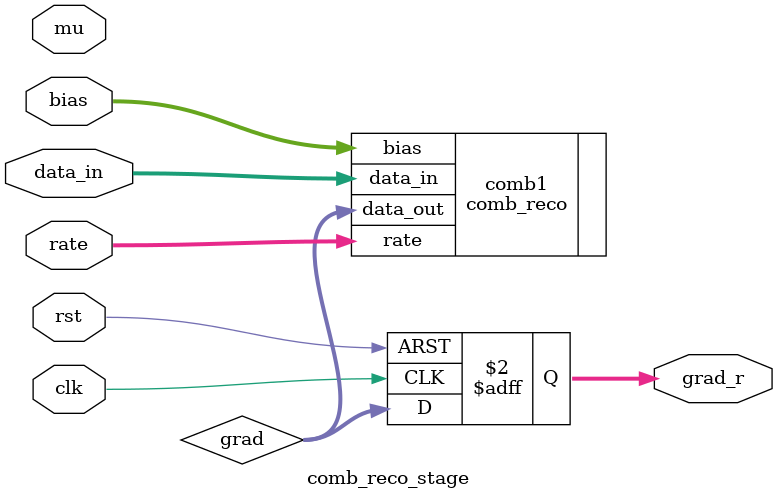
<source format=v>

`include "comb_reco.v"

module comb_reco_stage#(
    parameter bitwidth  =32,
	parameter inputBitwidth =16
)(
	input clk,
	input rst,
    input [bitwidth-1:0]data_in,
    input [inputBitwidth-1:0]bias,
	input [inputBitwidth-1:0]rate,
	input [inputBitwidth-1:0]mu,
    //input valid,
    output reg[bitwidth-1:0]grad_r
);
	wire [bitwidth-1:0]grad;
    comb_reco #(
            .bitwidth(bitwidth),
            .inputBitwidth(inputBitwidth)
        )
        comb1(
            .data_in(data_in),
            .bias(bias),
			.rate(rate),
			//.mu(mu),
            //.valid(valid),
            .data_out(grad)
        );

	always @(posedge clk or posedge rst) begin
        if (rst) grad_r<=0;
        else grad_r<=grad;
    end
endmodule

</source>
